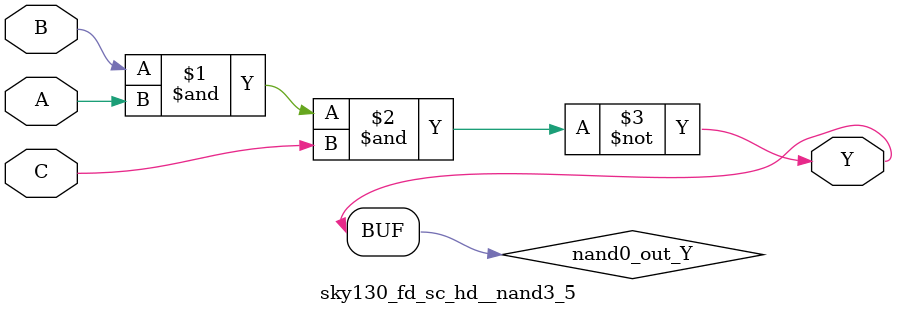
<source format=v>
module sky130_fd_sc_hd__nand3_5 (
    Y,
    A,
    B,
    C
);
    output Y;
    input  A;
    input  B;
    input  C;
    wire nand0_out_Y;
    nand nand0 (nand0_out_Y, B, A, C        );
    buf  buf0  (Y          , nand0_out_Y    );
endmodule
</source>
